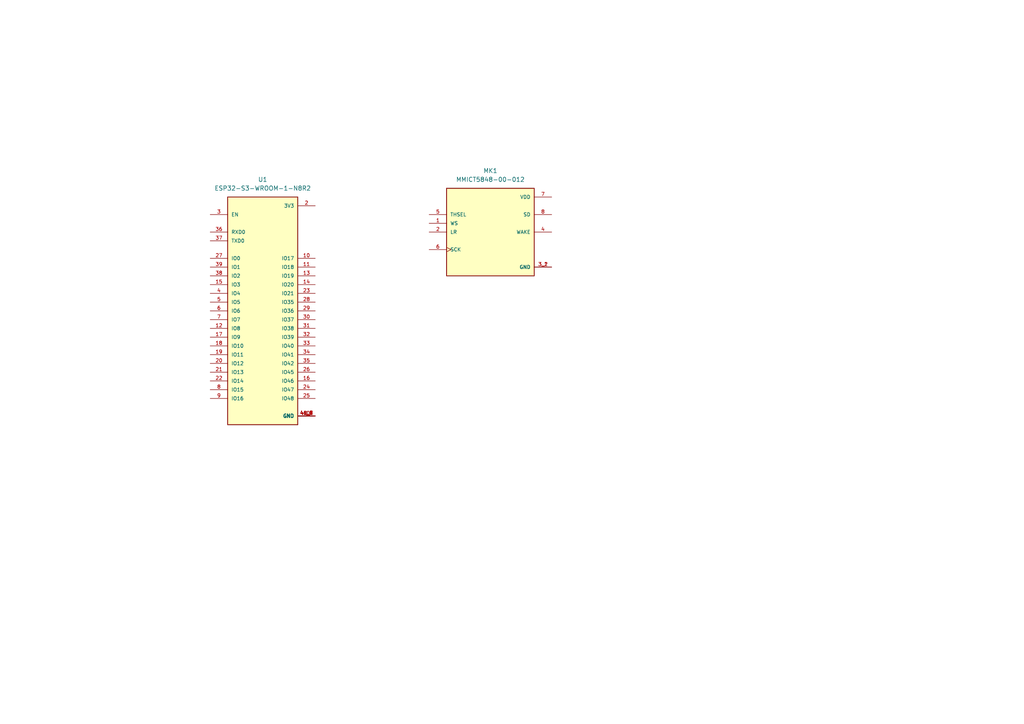
<source format=kicad_sch>
(kicad_sch (version 20250114) (generator "eeschema") (generator_version "9.0")
  (paper "A4")
  (lib_symbols
    (symbol "ESP32-S3-WROOM-1-N8R2:ESP32-S3-WROOM-1-N8R2" (pin_names (offset 1.016))
      (property "Reference" "U" (at -10.16 34.1122 0))
      (property "Value" "ESP32-S3-WROOM-1-N8R2" (at -10.16 -35.56 0))
      (symbol "ESP32-S3-WROOM-1-N8R2_0_0"
        (rectangle (start -10.16 -33.02) (end 10.16 33.02) (stroke (width 0.254)) (fill (type background)))
        (pin input line (at -15.24 27.94 0) (length 5.08) (name "EN") (number "3"))
        (pin bidirectional line (at -15.24 22.86 0) (length 5.08) (name "RXD0") (number "36"))
        (pin bidirectional line (at -15.24 20.32 0) (length 5.08) (name "TXD0") (number "37"))
        (pin bidirectional line (at -15.24 15.24 0) (length 5.08) (name "IO0") (number "27"))
        (pin bidirectional line (at -15.24 12.7 0) (length 5.08) (name "IO1") (number "39"))
        (pin bidirectional line (at -15.24 10.16 0) (length 5.08) (name "IO2") (number "38"))
        (pin bidirectional line (at -15.24 7.62 0) (length 5.08) (name "IO3") (number "15"))
        (pin bidirectional line (at -15.24 5.08 0) (length 5.08) (name "IO4") (number "4"))
        (pin bidirectional line (at -15.24 2.54 0) (length 5.08) (name "IO5") (number "5"))
        (pin bidirectional line (at -15.24 0 0) (length 5.08) (name "IO6") (number "6"))
        (pin bidirectional line (at -15.24 -2.54 0) (length 5.08) (name "IO7") (number "7"))
        (pin bidirectional line (at -15.24 -5.08 0) (length 5.08) (name "IO8") (number "12"))
        (pin bidirectional line (at -15.24 -7.62 0) (length 5.08) (name "IO9") (number "17"))
        (pin bidirectional line (at -15.24 -10.16 0) (length 5.08) (name "IO10") (number "18"))
        (pin bidirectional line (at -15.24 -12.7 0) (length 5.08) (name "IO11") (number "19"))
        (pin bidirectional line (at -15.24 -15.24 0) (length 5.08) (name "IO12") (number "20"))
        (pin bidirectional line (at -15.24 -17.78 0) (length 5.08) (name "IO13") (number "21"))
        (pin bidirectional line (at -15.24 -20.32 0) (length 5.08) (name "IO14") (number "22"))
        (pin bidirectional line (at -15.24 -22.86 0) (length 5.08) (name "IO15") (number "8"))
        (pin bidirectional line (at -15.24 -25.4 0) (length 5.08) (name "IO16") (number "9"))
        (pin power_in line (at 15.24 30.48 180) (length 5.08) (name "3V3") (number "2"))
        (pin bidirectional line (at 15.24 15.24 180) (length 5.08) (name "IO17") (number "10"))
        (pin bidirectional line (at 15.24 12.7 180) (length 5.08) (name "IO18") (number "11"))
        (pin bidirectional line (at 15.24 10.16 180) (length 5.08) (name "IO19") (number "13"))
        (pin bidirectional line (at 15.24 7.62 180) (length 5.08) (name "IO20") (number "14"))
        (pin bidirectional line (at 15.24 5.08 180) (length 5.08) (name "IO21") (number "23"))
        (pin bidirectional line (at 15.24 2.54 180) (length 5.08) (name "IO35") (number "28"))
        (pin bidirectional line (at 15.24 0 180) (length 5.08) (name "IO36") (number "29"))
        (pin bidirectional line (at 15.24 -2.54 180) (length 5.08) (name "IO37") (number "30"))
        (pin bidirectional line (at 15.24 -5.08 180) (length 5.08) (name "IO38") (number "31"))
        (pin bidirectional line (at 15.24 -7.62 180) (length 5.08) (name "IO39") (number "32"))
        (pin bidirectional line (at 15.24 -10.16 180) (length 5.08) (name "IO40") (number "33"))
        (pin bidirectional line (at 15.24 -12.7 180) (length 5.08) (name "IO41") (number "34"))
        (pin bidirectional line (at 15.24 -15.24 180) (length 5.08) (name "IO42") (number "35"))
        (pin bidirectional line (at 15.24 -17.78 180) (length 5.08) (name "IO45") (number "26"))
        (pin bidirectional line (at 15.24 -20.32 180) (length 5.08) (name "IO46") (number "16"))
        (pin bidirectional line (at 15.24 -22.86 180) (length 5.08) (name "IO47") (number "24"))
        (pin bidirectional line (at 15.24 -25.4 180) (length 5.08) (name "IO48") (number "25"))
        (pin power_in line (at 15.24 -30.48 180) (length 5.08) (name "GND") (number "1"))
        (pin power_in line (at 15.24 -30.48 180) (length 5.08) (name "GND") (number "40"))
        (pin power_in line (at 15.24 -30.48 180) (length 5.08) (name "GND") (number "41_1"))
        (pin power_in line (at 15.24 -30.48 180) (length 5.08) (name "GND") (number "41_2"))
        (pin power_in line (at 15.24 -30.48 180) (length 5.08) (name "GND") (number "41_3"))
        (pin power_in line (at 15.24 -30.48 180) (length 5.08) (name "GND") (number "41_4"))
        (pin power_in line (at 15.24 -30.48 180) (length 5.08) (name "GND") (number "41_5"))
        (pin power_in line (at 15.24 -30.48 180) (length 5.08) (name "GND") (number "41_6"))
        (pin power_in line (at 15.24 -30.48 180) (length 5.08) (name "GND") (number "41_7"))
        (pin power_in line (at 15.24 -30.48 180) (length 5.08) (name "GND") (number "41_8"))
        (pin power_in line (at 15.24 -30.48 180) (length 5.08) (name "GND") (number "41_9"))
      )
    )
    (symbol "MMICT5848-00-012:MMICT5848-00-012" (pin_names (offset 1.016))
      (property "Reference" "MK" (at -12.7 13.462 0))
      (property "Value" "MMICT5848-00-012" (at -12.7 -15.24 0))
      (symbol "MMICT5848-00-012_0_0"
        (rectangle (start -12.7 -12.7) (end 12.7 12.7) (stroke (width 0.254)) (fill (type background)))
        (pin input line (at -17.78 5.08 0) (length 5.08) (name "THSEL") (number "5"))
        (pin input line (at -17.78 2.54 0) (length 5.08) (name "WS") (number "1"))
        (pin input line (at -17.78 0 0) (length 5.08) (name "LR") (number "2"))
        (pin input clock (at -17.78 -5.08 0) (length 5.08) (name "SCK") (number "6"))
        (pin power_in line (at 17.78 10.16 180) (length 5.08) (name "VDD") (number "7"))
        (pin output line (at 17.78 5.08 180) (length 5.08) (name "SD") (number "8"))
        (pin output line (at 17.78 0 180) (length 5.08) (name "WAKE") (number "4"))
        (pin power_in line (at 17.78 -10.16 180) (length 5.08) (name "GND") (number "3_1"))
        (pin power_in line (at 17.78 -10.16 180) (length 5.08) (name "GND") (number "3_2"))
      )
    )
  )
  (symbol (lib_id "ESP32-S3-WROOM-1-N8R2:ESP32-S3-WROOM-1-N8R2") (at 76.2 90.17 0) (unit 1)
    (property "Reference" "U1" (at 76.2 52.07 0))
    (property "Value" "ESP32-S3-WROOM-1-N8R2" (at 76.2 54.61 0))
    (property "Footprint" "ESP32-S3-WROOM-1-N8R2:XCVR_ESP32-S3-WROOM-1-N8R2" (effects (hide yes)))
    (property "Datasheet" "kicad-embed://esp32-s3-wroom-1_wroom-1u_datasheet_en.pdf" (effects (hide yes)))
    (property "MF" "Espressif Systems" (effects (hide yes)))
    (property "MAXIMUM_PACKAGE_HEIGHT" "3.25mm" (effects (hide yes)))
    (property "Package" "NON STANDARD Espressif Systems" (effects (hide yes)))
    (property "Price" "None" (effects (hide yes)))
    (property "Check_prices" "https://www.snapeda.com/parts/ESP32-S3-WROOM-1-N8R2/Espressif+Systems/view-part/?ref=eda" (effects (hide yes)))
    (property "STANDARD" "Manufacturer Recommendations" (effects (hide yes)))
    (property "PARTREV" "v1.0" (effects (hide yes)))
    (property "SnapEDA_Link" "https://www.snapeda.com/parts/ESP32-S3-WROOM-1-N8R2/Espressif+Systems/view-part/?ref=snap" (effects (hide yes)))
    (property "MP" "ESP32-S3-WROOM-1-N8R2" (effects (hide yes)))
    (property "Description_1" "WiFi 802.11a/b/g/n, Bluetooth v5.0 Transceiver Module 2.4GHz Antenna Not Included -" (effects (hide yes)))
    (property "Availability" "In Stock" (effects (hide yes)))
    (property "MANUFACTURER" "Espressif" (effects (hide yes)))
  )
  (symbol (lib_id "MMICT5848-00-012:MMICT5848-00-012") (at 142.24 67.31 0) (unit 1)
    (property "Reference" "MK1" (at 142.24 49.53 0))
    (property "Value" "MMICT5848-00-012" (at 142.24 52.07 0))
    (property "Footprint" "MMICT5848-00-012:MIC_MMICT5848-00-012" (effects (hide yes)))
    (property "Datasheet" "kicad-embed://DS-000479-T5848-Datasheet-v1.0 (1).pdf" (effects (hide yes)))
    (property "MF" "TDK InvenSense" (effects (hide yes)))
    (property "MAXIMUM_PACKAGE_HEIGHT" "0.98 mm" (effects (hide yes)))
    (property "Package" "None" (effects (hide yes)))
    (property "Price" "None" (effects (hide yes)))
    (property "Check_prices" "https://www.snapeda.com/parts/MMICT5848-00-012/TDK/view-part/?ref=eda" (effects (hide yes)))
    (property "STANDARD" "Manufacturer Recommendations" (effects (hide yes)))
    (property "PARTREV" "1.0" (effects (hide yes)))
    (property "SnapEDA_Link" "https://www.snapeda.com/parts/MMICT5848-00-012/TDK/view-part/?ref=snap" (effects (hide yes)))
    (property "MP" "MMICT5848-00-012" (effects (hide yes)))
    (property "Description_1" "27 Hz ~ 18 kHz Digital, I2S Microphone MEMS (Silicon) 1.62 V ~ 1.98 V Omnidirectional (-37dB ±1dB @ 94dB SPL) Solder Pads" (effects (hide yes)))
    (property "Availability" "In Stock" (effects (hide yes)))
    (property "MANUFACTURER" "TDK InvenSense" (effects (hide yes)))
  )
)
</source>
